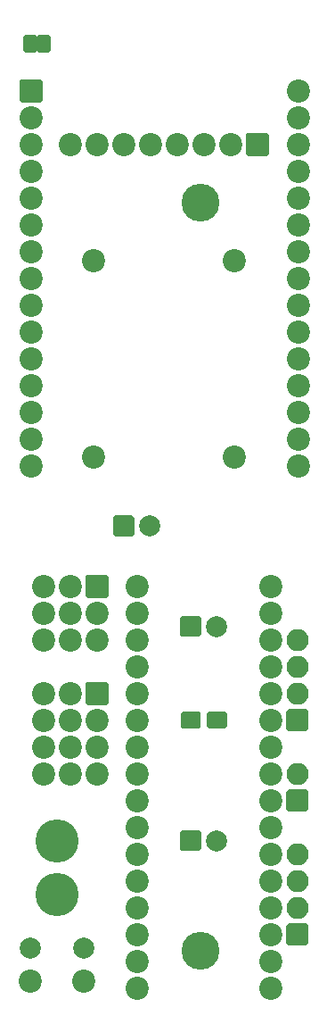
<source format=gts>
G04 #@! TF.GenerationSoftware,KiCad,Pcbnew,(5.1.9)-1*
G04 #@! TF.CreationDate,2021-04-15T13:52:47+07:00*
G04 #@! TF.ProjectId,pendulumRobotModule,70656e64-756c-4756-9d52-6f626f744d6f,rev?*
G04 #@! TF.SameCoordinates,Original*
G04 #@! TF.FileFunction,Soldermask,Top*
G04 #@! TF.FilePolarity,Negative*
%FSLAX46Y46*%
G04 Gerber Fmt 4.6, Leading zero omitted, Abs format (unit mm)*
G04 Created by KiCad (PCBNEW (5.1.9)-1) date 2021-04-15 13:52:47*
%MOMM*%
%LPD*%
G01*
G04 APERTURE LIST*
%ADD10C,2.200000*%
%ADD11C,3.600000*%
%ADD12C,2.000000*%
%ADD13O,2.100000X2.100000*%
%ADD14C,4.100000*%
G04 APERTURE END LIST*
D10*
X96520000Y-96520000D03*
X99060000Y-96520000D03*
X101600000Y-96520000D03*
X96520000Y-93980000D03*
X99060000Y-93980000D03*
X101600000Y-93980000D03*
X96520000Y-91440000D03*
X99060000Y-91440000D03*
G36*
G01*
X100700000Y-90340000D02*
X102500000Y-90340000D01*
G75*
G02*
X102700000Y-90540000I0J-200000D01*
G01*
X102700000Y-92340000D01*
G75*
G02*
X102500000Y-92540000I-200000J0D01*
G01*
X100700000Y-92540000D01*
G75*
G02*
X100500000Y-92340000I0J200000D01*
G01*
X100500000Y-90540000D01*
G75*
G02*
X100700000Y-90340000I200000J0D01*
G01*
G37*
X96520000Y-109220000D03*
X99060000Y-109220000D03*
X101600000Y-109220000D03*
X96520000Y-106680000D03*
X99060000Y-106680000D03*
X101600000Y-106680000D03*
X96520000Y-104140000D03*
X99060000Y-104140000D03*
X101600000Y-104140000D03*
X96520000Y-101600000D03*
X99060000Y-101600000D03*
G36*
G01*
X100700000Y-100500000D02*
X102500000Y-100500000D01*
G75*
G02*
X102700000Y-100700000I0J-200000D01*
G01*
X102700000Y-102500000D01*
G75*
G02*
X102500000Y-102700000I-200000J0D01*
G01*
X100700000Y-102700000D01*
G75*
G02*
X100500000Y-102500000I0J200000D01*
G01*
X100500000Y-100700000D01*
G75*
G02*
X100700000Y-100500000I200000J0D01*
G01*
G37*
X120725001Y-44450000D03*
X120725001Y-46990000D03*
X120725001Y-49530000D03*
X120725001Y-52070000D03*
X120725001Y-54610000D03*
X120725001Y-57150000D03*
X120725001Y-59690000D03*
X120725001Y-62230000D03*
X120725001Y-64770000D03*
X120725001Y-67310000D03*
X120725001Y-69850000D03*
X120725001Y-72390000D03*
X120725001Y-74930000D03*
X120725001Y-77470000D03*
X120725001Y-80010000D03*
X95325001Y-80010000D03*
X95325001Y-77470000D03*
X95325001Y-74930000D03*
X95325001Y-72390000D03*
X95325001Y-69850000D03*
X95325001Y-67310000D03*
X95325001Y-64770000D03*
X95325001Y-62230000D03*
X95325001Y-59690000D03*
X95325001Y-57150000D03*
X95325001Y-54610000D03*
X95325001Y-52070000D03*
X95325001Y-49530000D03*
X95325001Y-46990000D03*
G36*
G01*
X94225001Y-45350000D02*
X94225001Y-43550000D01*
G75*
G02*
X94425001Y-43350000I200000J0D01*
G01*
X96225001Y-43350000D01*
G75*
G02*
X96425001Y-43550000I0J-200000D01*
G01*
X96425001Y-45350000D01*
G75*
G02*
X96225001Y-45550000I-200000J0D01*
G01*
X94425001Y-45550000D01*
G75*
G02*
X94225001Y-45350000I0J200000D01*
G01*
G37*
X101250000Y-60550000D03*
X114650000Y-60550000D03*
X114650000Y-79150000D03*
X101250000Y-79150000D03*
X118110000Y-129540000D03*
X118110000Y-127000000D03*
X118110000Y-124460000D03*
X118110000Y-121920000D03*
X118110000Y-119380000D03*
X118110000Y-116840000D03*
X118110000Y-114300000D03*
X118110000Y-111760000D03*
X105410000Y-111760000D03*
X105410000Y-114300000D03*
X105410000Y-116840000D03*
X105410000Y-119380000D03*
X105410000Y-121920000D03*
X105410000Y-124460000D03*
X105410000Y-127000000D03*
X105410000Y-129540000D03*
D11*
X111440000Y-55020000D03*
D10*
X99060000Y-49530000D03*
X101600000Y-49530000D03*
X104140000Y-49530000D03*
X106680000Y-49530000D03*
X109220000Y-49530000D03*
X111760000Y-49530000D03*
X114300000Y-49530000D03*
G36*
G01*
X115940000Y-48430000D02*
X117740000Y-48430000D01*
G75*
G02*
X117940000Y-48630000I0J-200000D01*
G01*
X117940000Y-50430000D01*
G75*
G02*
X117740000Y-50630000I-200000J0D01*
G01*
X115940000Y-50630000D01*
G75*
G02*
X115740000Y-50430000I0J200000D01*
G01*
X115740000Y-48630000D01*
G75*
G02*
X115940000Y-48430000I200000J0D01*
G01*
G37*
G36*
G01*
X109490000Y-96050000D02*
X109490000Y-94450000D01*
G75*
G02*
X109690000Y-94250000I200000J0D01*
G01*
X111290000Y-94250000D01*
G75*
G02*
X111490000Y-94450000I0J-200000D01*
G01*
X111490000Y-96050000D01*
G75*
G02*
X111290000Y-96250000I-200000J0D01*
G01*
X109690000Y-96250000D01*
G75*
G02*
X109490000Y-96050000I0J200000D01*
G01*
G37*
D12*
X112990000Y-95250000D03*
G36*
G01*
X121700000Y-110910000D02*
X121700000Y-112610000D01*
G75*
G02*
X121500000Y-112810000I-200000J0D01*
G01*
X119800000Y-112810000D01*
G75*
G02*
X119600000Y-112610000I0J200000D01*
G01*
X119600000Y-110910000D01*
G75*
G02*
X119800000Y-110710000I200000J0D01*
G01*
X121500000Y-110710000D01*
G75*
G02*
X121700000Y-110910000I0J-200000D01*
G01*
G37*
D13*
X120650000Y-109220000D03*
G36*
G01*
X121700000Y-103290000D02*
X121700000Y-104990000D01*
G75*
G02*
X121500000Y-105190000I-200000J0D01*
G01*
X119800000Y-105190000D01*
G75*
G02*
X119600000Y-104990000I0J200000D01*
G01*
X119600000Y-103290000D01*
G75*
G02*
X119800000Y-103090000I200000J0D01*
G01*
X121500000Y-103090000D01*
G75*
G02*
X121700000Y-103290000I0J-200000D01*
G01*
G37*
X120650000Y-101600000D03*
X120650000Y-99060000D03*
X120650000Y-96520000D03*
G36*
G01*
X121700000Y-123610000D02*
X121700000Y-125310000D01*
G75*
G02*
X121500000Y-125510000I-200000J0D01*
G01*
X119800000Y-125510000D01*
G75*
G02*
X119600000Y-125310000I0J200000D01*
G01*
X119600000Y-123610000D01*
G75*
G02*
X119800000Y-123410000I200000J0D01*
G01*
X121500000Y-123410000D01*
G75*
G02*
X121700000Y-123610000I0J-200000D01*
G01*
G37*
X120650000Y-121920000D03*
X120650000Y-119380000D03*
X120650000Y-116840000D03*
G36*
G01*
X95730001Y-40840000D02*
X94759999Y-40840000D01*
G75*
G02*
X94560000Y-40640001I0J199999D01*
G01*
X94560000Y-39369999D01*
G75*
G02*
X94759999Y-39170000I199999J0D01*
G01*
X95730001Y-39170000D01*
G75*
G02*
X95930000Y-39369999I0J-199999D01*
G01*
X95930000Y-40640001D01*
G75*
G02*
X95730001Y-40840000I-199999J0D01*
G01*
G37*
G36*
G01*
X97010001Y-40840000D02*
X96039999Y-40840000D01*
G75*
G02*
X95840000Y-40640001I0J199999D01*
G01*
X95840000Y-39369999D01*
G75*
G02*
X96039999Y-39170000I199999J0D01*
G01*
X97010001Y-39170000D01*
G75*
G02*
X97210000Y-39369999I0J-199999D01*
G01*
X97210000Y-40640001D01*
G75*
G02*
X97010001Y-40840000I-199999J0D01*
G01*
G37*
D14*
X97790000Y-115570000D03*
X97790000Y-120650000D03*
D12*
X112990000Y-115570000D03*
G36*
G01*
X109490000Y-116370000D02*
X109490000Y-114770000D01*
G75*
G02*
X109690000Y-114570000I200000J0D01*
G01*
X111290000Y-114570000D01*
G75*
G02*
X111490000Y-114770000I0J-200000D01*
G01*
X111490000Y-116370000D01*
G75*
G02*
X111290000Y-116570000I-200000J0D01*
G01*
X109690000Y-116570000D01*
G75*
G02*
X109490000Y-116370000I0J200000D01*
G01*
G37*
D11*
X111440000Y-126020000D03*
D12*
X100330000Y-125730000D03*
X95250000Y-125730000D03*
D10*
X105410000Y-109220000D03*
X105410000Y-106680000D03*
X105410000Y-104140000D03*
X105410000Y-101600000D03*
X105410000Y-99060000D03*
X105410000Y-96520000D03*
X105410000Y-93980000D03*
X105410000Y-91440000D03*
X118110000Y-91440000D03*
X118110000Y-93980000D03*
X118110000Y-96520000D03*
X118110000Y-99060000D03*
X118110000Y-101600000D03*
X118110000Y-104140000D03*
X118110000Y-106680000D03*
X118110000Y-109220000D03*
G36*
G01*
X112060000Y-104765000D02*
X112060000Y-103515000D01*
G75*
G02*
X112260000Y-103315000I200000J0D01*
G01*
X113760000Y-103315000D01*
G75*
G02*
X113960000Y-103515000I0J-200000D01*
G01*
X113960000Y-104765000D01*
G75*
G02*
X113760000Y-104965000I-200000J0D01*
G01*
X112260000Y-104965000D01*
G75*
G02*
X112060000Y-104765000I0J200000D01*
G01*
G37*
G36*
G01*
X109560000Y-104765000D02*
X109560000Y-103515000D01*
G75*
G02*
X109760000Y-103315000I200000J0D01*
G01*
X111260000Y-103315000D01*
G75*
G02*
X111460000Y-103515000I0J-200000D01*
G01*
X111460000Y-104765000D01*
G75*
G02*
X111260000Y-104965000I-200000J0D01*
G01*
X109760000Y-104965000D01*
G75*
G02*
X109560000Y-104765000I0J200000D01*
G01*
G37*
D12*
X106640000Y-85725000D03*
G36*
G01*
X103140000Y-86525000D02*
X103140000Y-84925000D01*
G75*
G02*
X103340000Y-84725000I200000J0D01*
G01*
X104940000Y-84725000D01*
G75*
G02*
X105140000Y-84925000I0J-200000D01*
G01*
X105140000Y-86525000D01*
G75*
G02*
X104940000Y-86725000I-200000J0D01*
G01*
X103340000Y-86725000D01*
G75*
G02*
X103140000Y-86525000I0J200000D01*
G01*
G37*
D10*
X100330000Y-128905000D03*
X95250000Y-128905000D03*
M02*

</source>
